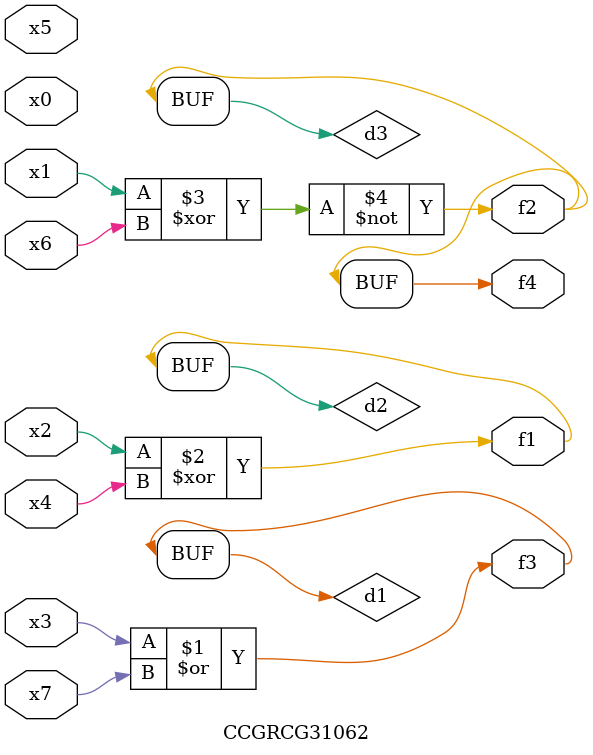
<source format=v>
module CCGRCG31062(
	input x0, x1, x2, x3, x4, x5, x6, x7,
	output f1, f2, f3, f4
);

	wire d1, d2, d3;

	or (d1, x3, x7);
	xor (d2, x2, x4);
	xnor (d3, x1, x6);
	assign f1 = d2;
	assign f2 = d3;
	assign f3 = d1;
	assign f4 = d3;
endmodule

</source>
